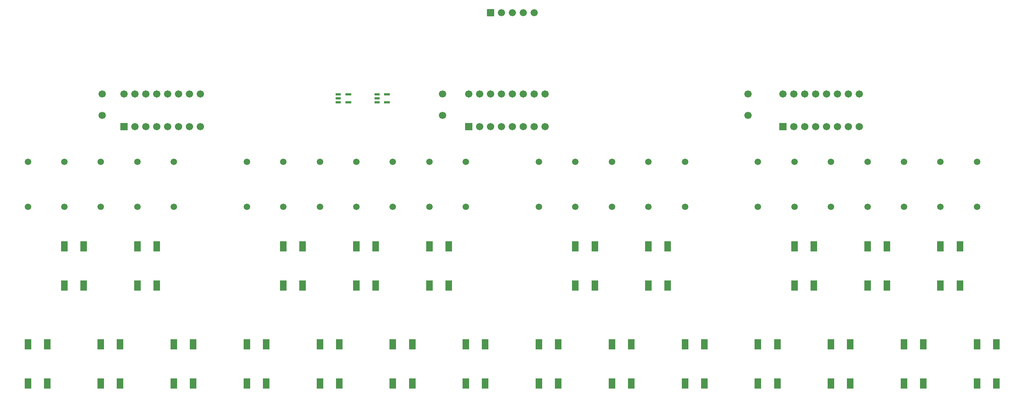
<source format=gts>
G04 Layer: TopSolderMaskLayer*
G04 EasyEDA v6.5.40, 2024-08-29 12:46:18*
G04 cb6e2e9fbd21486d88ae5690d2d3dc00,10*
G04 Gerber Generator version 0.2*
G04 Scale: 100 percent, Rotated: No, Reflected: No *
G04 Dimensions in millimeters *
G04 leading zeros omitted , absolute positions ,4 integer and 5 decimal *
%FSLAX45Y45*%
%MOMM*%

%AMMACRO1*1,1,$1,$2,$3*1,1,$1,$4,$5*1,1,$1,0-$2,0-$3*1,1,$1,0-$4,0-$5*20,1,$1,$2,$3,$4,$5,0*20,1,$1,$4,$5,0-$2,0-$3,0*20,1,$1,0-$2,0-$3,0-$4,0-$5,0*20,1,$1,0-$4,0-$5,$2,$3,0*4,1,4,$2,$3,$4,$5,0-$2,0-$3,0-$4,0-$5,$2,$3,0*%
%ADD10C,1.7000*%
%ADD11MACRO1,0.1016X0.75X1.15X0.75X-1.15*%
%ADD12C,1.7016*%
%ADD13R,1.7016X1.7016*%
%ADD14MACRO1,0.1016X0.5785X0.245X0.5785X-0.245*%
%ADD15MACRO1,0.1016X0.5875X0.245X0.5875X-0.245*%
%ADD16C,1.6764*%
%ADD17MACRO1,0.1016X-0.7874X0.7874X0.7874X0.7874*%
%ADD18C,1.5016*%
%ADD19C,1.5020*%

%LPD*%
D10*
G01*
X2514600Y4762474D03*
G01*
X2514600Y4262475D03*
G01*
X10439400Y4262475D03*
G01*
X10439400Y4762474D03*
D11*
G01*
X8032988Y-1081709D03*
G01*
X8032963Y-1991690D03*
G01*
X7582976Y-1081709D03*
G01*
X7582976Y-1991690D03*
G01*
X8882987Y1204290D03*
G01*
X8882961Y294309D03*
G01*
X8432975Y1204290D03*
G01*
X8432975Y294309D03*
G01*
X9732985Y-1081709D03*
G01*
X9732959Y-1991690D03*
G01*
X9282973Y-1081709D03*
G01*
X9282973Y-1991690D03*
G01*
X10582983Y1204290D03*
G01*
X10582958Y294309D03*
G01*
X10132971Y1204290D03*
G01*
X10132971Y294309D03*
G01*
X11432981Y-1081709D03*
G01*
X11432956Y-1991690D03*
G01*
X10982970Y-1081709D03*
G01*
X10982970Y-1991690D03*
G01*
X13132978Y-1081709D03*
G01*
X13132953Y-1991690D03*
G01*
X12682966Y-1081709D03*
G01*
X12682966Y-1991690D03*
G01*
X13982976Y1204290D03*
G01*
X13982951Y294309D03*
G01*
X13532965Y1204290D03*
G01*
X13532965Y294309D03*
G01*
X14832975Y-1081709D03*
G01*
X14832949Y-1991690D03*
G01*
X14382963Y-1081709D03*
G01*
X14382963Y-1991690D03*
G01*
X15682973Y1204290D03*
G01*
X15682948Y294309D03*
G01*
X15232961Y1204290D03*
G01*
X15232961Y294309D03*
G01*
X16532971Y-1081709D03*
G01*
X16532946Y-1991690D03*
G01*
X16082959Y-1081709D03*
G01*
X16082959Y-1991690D03*
G01*
X18232968Y-1081709D03*
G01*
X18232942Y-1991690D03*
G01*
X17782956Y-1081709D03*
G01*
X17782956Y-1991690D03*
G01*
X19082966Y1204290D03*
G01*
X19082941Y294309D03*
G01*
X18632954Y1204290D03*
G01*
X18632954Y294309D03*
G01*
X19932964Y-1081709D03*
G01*
X19932939Y-1991690D03*
G01*
X19482953Y-1081709D03*
G01*
X19482953Y-1991690D03*
G01*
X20782963Y1204290D03*
G01*
X20782937Y294309D03*
G01*
X20332951Y1204290D03*
G01*
X20332951Y294309D03*
G01*
X21632961Y-1081709D03*
G01*
X21632936Y-1991690D03*
G01*
X21182949Y-1081709D03*
G01*
X21182949Y-1991690D03*
G01*
X22482959Y1204290D03*
G01*
X22482934Y294309D03*
G01*
X22032948Y1204290D03*
G01*
X22032948Y294309D03*
G01*
X23332958Y-1081709D03*
G01*
X23332932Y-1991690D03*
G01*
X22882946Y-1081709D03*
G01*
X22882946Y-1991690D03*
G01*
X1233002Y-1081709D03*
G01*
X1232976Y-1991690D03*
G01*
X782990Y-1081709D03*
G01*
X782990Y-1991690D03*
G01*
X2083000Y1204290D03*
G01*
X2082975Y294309D03*
G01*
X1632988Y1204290D03*
G01*
X1632988Y294309D03*
G01*
X2932998Y-1081709D03*
G01*
X2932973Y-1991690D03*
G01*
X2482987Y-1081709D03*
G01*
X2482987Y-1991690D03*
G01*
X3782997Y1204290D03*
G01*
X3782971Y294309D03*
G01*
X3332985Y1204290D03*
G01*
X3332985Y294309D03*
G01*
X4632995Y-1081709D03*
G01*
X4632970Y-1991690D03*
G01*
X4182983Y-1081709D03*
G01*
X4182983Y-1991690D03*
G01*
X6332992Y-1081709D03*
G01*
X6332966Y-1991690D03*
G01*
X5882980Y-1081709D03*
G01*
X5882980Y-1991690D03*
G01*
X7182990Y1204290D03*
G01*
X7182965Y294309D03*
G01*
X6732978Y1204290D03*
G01*
X6732978Y294309D03*
D10*
G01*
X17551400Y4262501D03*
G01*
X17551400Y4762500D03*
D12*
G01*
X3022600Y4762500D03*
G01*
X3276600Y4762500D03*
G01*
X3530600Y4762500D03*
G01*
X3784600Y4762500D03*
G01*
X4038600Y4762500D03*
G01*
X4292600Y4762500D03*
G01*
X4546600Y4762500D03*
G01*
X4800600Y4762500D03*
G01*
X4800600Y4000500D03*
G01*
X4546600Y4000500D03*
G01*
X4292600Y4000500D03*
G01*
X4038600Y4000500D03*
G01*
X3784600Y4000500D03*
G01*
X3530600Y4000500D03*
G01*
X3276600Y4000500D03*
D13*
G01*
X3022600Y4000500D03*
D12*
G01*
X11049000Y4762500D03*
G01*
X11303000Y4762500D03*
G01*
X11557000Y4762500D03*
G01*
X11811000Y4762500D03*
G01*
X12065000Y4762500D03*
G01*
X12319000Y4762500D03*
G01*
X12573000Y4762500D03*
G01*
X12827000Y4762500D03*
G01*
X12827000Y4000500D03*
G01*
X12573000Y4000500D03*
G01*
X12319000Y4000500D03*
G01*
X12065000Y4000500D03*
G01*
X11811000Y4000500D03*
G01*
X11557000Y4000500D03*
G01*
X11303000Y4000500D03*
D13*
G01*
X11049000Y4000474D03*
D12*
G01*
X18364200Y4762500D03*
G01*
X18618200Y4762500D03*
G01*
X18872200Y4762500D03*
G01*
X19126200Y4762500D03*
G01*
X19380200Y4762500D03*
G01*
X19634200Y4762500D03*
G01*
X19888200Y4762500D03*
G01*
X20142200Y4762500D03*
G01*
X20142200Y4000500D03*
G01*
X19888200Y4000500D03*
G01*
X19634200Y4000500D03*
G01*
X19380200Y4000500D03*
G01*
X19126200Y4000500D03*
G01*
X18872200Y4000500D03*
G01*
X18618200Y4000500D03*
D13*
G01*
X18364200Y4000500D03*
D14*
G01*
X8914333Y4755903D03*
G01*
X8914333Y4660907D03*
G01*
X8914333Y4565911D03*
D15*
G01*
X9145066Y4565911D03*
G01*
X9145066Y4755903D03*
D14*
G01*
X8012633Y4755896D03*
G01*
X8012633Y4660900D03*
G01*
X8012633Y4565904D03*
D15*
G01*
X8243366Y4565904D03*
G01*
X8243366Y4755896D03*
D16*
G01*
X12572974Y6654800D03*
G01*
X12318974Y6654800D03*
G01*
X12064974Y6654800D03*
G01*
X11810974Y6654800D03*
D17*
G01*
X11556977Y6654800D03*
D18*
G01*
X8432977Y3179292D03*
G01*
X8432977Y2129307D03*
G01*
X9282988Y3179292D03*
G01*
X9282988Y2129307D03*
G01*
X10132974Y3179292D03*
G01*
X10132974Y2129307D03*
G01*
X10982985Y3179292D03*
G01*
X10982985Y2129307D03*
G01*
X12682981Y3179292D03*
G01*
X12682981Y2129307D03*
G01*
X13532967Y3179292D03*
G01*
X13532967Y2129307D03*
G01*
X14382978Y3179292D03*
G01*
X14382978Y2129307D03*
G01*
X15232964Y3179292D03*
G01*
X15232964Y2129307D03*
G01*
X16082975Y3179292D03*
G01*
X16082975Y2129307D03*
G01*
X17782971Y3179292D03*
G01*
X17782971Y2129307D03*
G01*
X18632957Y3179292D03*
G01*
X18632957Y2129307D03*
G01*
X19482968Y3179292D03*
G01*
X19482968Y2129307D03*
G01*
X20332954Y3179292D03*
G01*
X20332954Y2129307D03*
G01*
X21182965Y3179292D03*
G01*
X21182965Y2129307D03*
G01*
X22032950Y3179292D03*
G01*
X22032950Y2129307D03*
G01*
X22882961Y3179292D03*
G01*
X22882961Y2129307D03*
D19*
G01*
X6732981Y2129281D03*
G01*
X6732981Y3179292D03*
G01*
X5882995Y2129281D03*
G01*
X5882995Y3179292D03*
G01*
X4182999Y2129281D03*
G01*
X4182999Y3179292D03*
G01*
X3332988Y2129281D03*
G01*
X3332988Y3179292D03*
G01*
X2483002Y2129281D03*
G01*
X2483002Y3179292D03*
G01*
X1632991Y2129281D03*
G01*
X1632991Y3179292D03*
G01*
X783005Y2129281D03*
G01*
X783005Y3179292D03*
G01*
X7582992Y2129281D03*
G01*
X7582992Y3179292D03*
M02*

</source>
